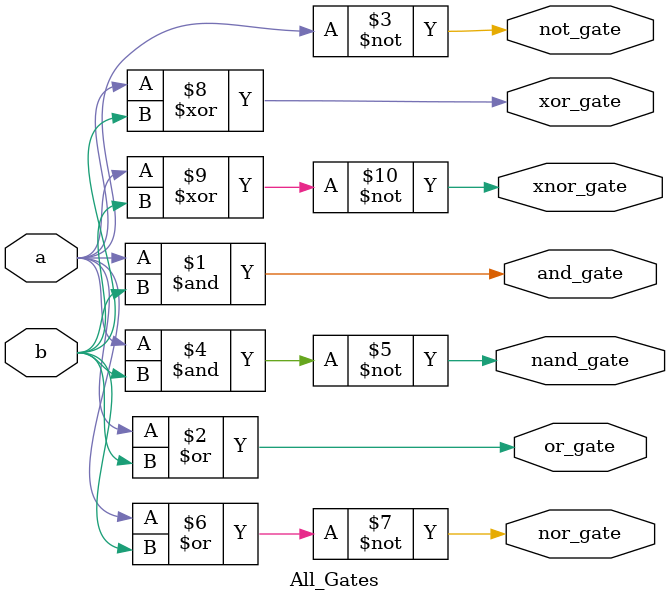
<source format=v>
`timescale 1ns / 1ps

module All_Gates(
    input  a,
    input  b,
    output and_gate,
    output or_gate,
    output not_gate,
    output nand_gate,
    output nor_gate,
    output xor_gate,
    output xnor_gate
    );

    // Basic Logic Gates
    assign and_gate  = a & b;      // AND gate
    assign or_gate   = a | b;      // OR gate
    assign not_gate  = ~a;         // NOT gate (of input a)
    assign nand_gate = ~(a & b);   // NAND gate
    assign nor_gate  = ~(a | b);   // NOR gate
    assign xor_gate  = a ^ b;      // XOR gate
    assign xnor_gate = ~(a ^ b);   // XNOR gate

endmodule

</source>
